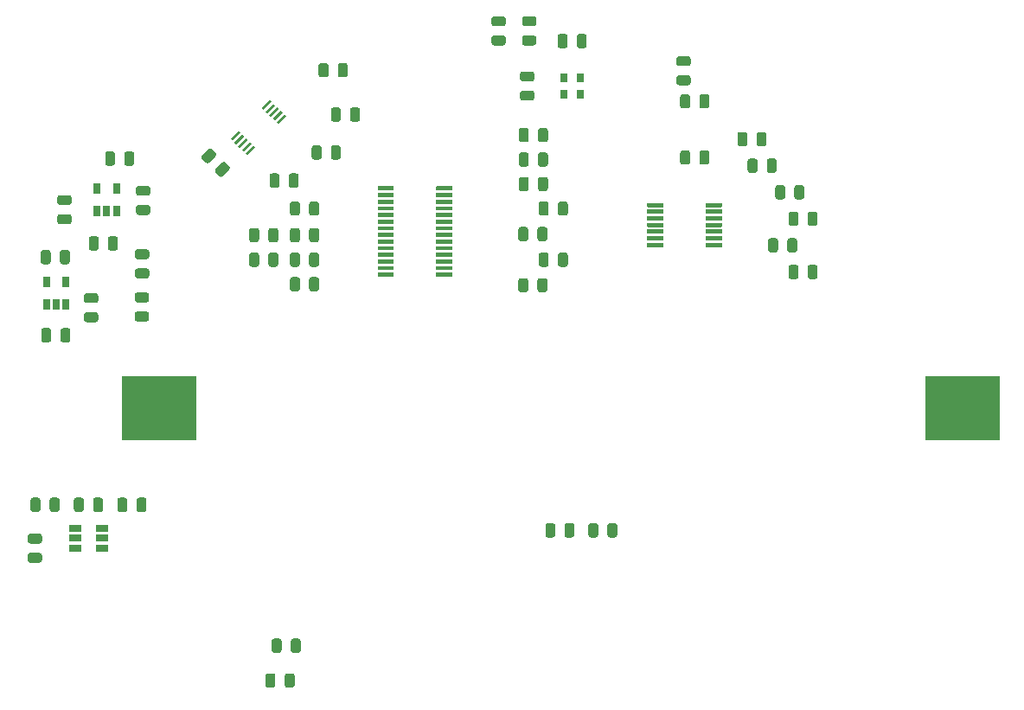
<source format=gbr>
G04 #@! TF.GenerationSoftware,KiCad,Pcbnew,(5.1.12)-1*
G04 #@! TF.CreationDate,2021-12-15T08:08:51+10:00*
G04 #@! TF.ProjectId,Weather-Station,57656174-6865-4722-9d53-746174696f6e,rev?*
G04 #@! TF.SameCoordinates,Original*
G04 #@! TF.FileFunction,Paste,Top*
G04 #@! TF.FilePolarity,Positive*
%FSLAX46Y46*%
G04 Gerber Fmt 4.6, Leading zero omitted, Abs format (unit mm)*
G04 Created by KiCad (PCBNEW (5.1.12)-1) date 2021-12-15 08:08:51*
%MOMM*%
%LPD*%
G01*
G04 APERTURE LIST*
%ADD10C,0.100000*%
%ADD11R,0.650000X1.060000*%
%ADD12R,0.650000X0.850000*%
%ADD13R,1.220000X0.650000*%
%ADD14R,7.340000X6.350000*%
G04 APERTURE END LIST*
G36*
G01*
X122685000Y-74834500D02*
X122685000Y-74465500D01*
G75*
G02*
X122705500Y-74445000I20500J0D01*
G01*
X124234500Y-74445000D01*
G75*
G02*
X124255000Y-74465500I0J-20500D01*
G01*
X124255000Y-74834500D01*
G75*
G02*
X124234500Y-74855000I-20500J0D01*
G01*
X122705500Y-74855000D01*
G75*
G02*
X122685000Y-74834500I0J20500D01*
G01*
G37*
G36*
G01*
X122685000Y-75484500D02*
X122685000Y-75115500D01*
G75*
G02*
X122705500Y-75095000I20500J0D01*
G01*
X124234500Y-75095000D01*
G75*
G02*
X124255000Y-75115500I0J-20500D01*
G01*
X124255000Y-75484500D01*
G75*
G02*
X124234500Y-75505000I-20500J0D01*
G01*
X122705500Y-75505000D01*
G75*
G02*
X122685000Y-75484500I0J20500D01*
G01*
G37*
G36*
G01*
X122685000Y-76134500D02*
X122685000Y-75765500D01*
G75*
G02*
X122705500Y-75745000I20500J0D01*
G01*
X124234500Y-75745000D01*
G75*
G02*
X124255000Y-75765500I0J-20500D01*
G01*
X124255000Y-76134500D01*
G75*
G02*
X124234500Y-76155000I-20500J0D01*
G01*
X122705500Y-76155000D01*
G75*
G02*
X122685000Y-76134500I0J20500D01*
G01*
G37*
G36*
G01*
X122685000Y-76784500D02*
X122685000Y-76415500D01*
G75*
G02*
X122705500Y-76395000I20500J0D01*
G01*
X124234500Y-76395000D01*
G75*
G02*
X124255000Y-76415500I0J-20500D01*
G01*
X124255000Y-76784500D01*
G75*
G02*
X124234500Y-76805000I-20500J0D01*
G01*
X122705500Y-76805000D01*
G75*
G02*
X122685000Y-76784500I0J20500D01*
G01*
G37*
G36*
G01*
X122685000Y-77434500D02*
X122685000Y-77065500D01*
G75*
G02*
X122705500Y-77045000I20500J0D01*
G01*
X124234500Y-77045000D01*
G75*
G02*
X124255000Y-77065500I0J-20500D01*
G01*
X124255000Y-77434500D01*
G75*
G02*
X124234500Y-77455000I-20500J0D01*
G01*
X122705500Y-77455000D01*
G75*
G02*
X122685000Y-77434500I0J20500D01*
G01*
G37*
G36*
G01*
X122685000Y-78084500D02*
X122685000Y-77715500D01*
G75*
G02*
X122705500Y-77695000I20500J0D01*
G01*
X124234500Y-77695000D01*
G75*
G02*
X124255000Y-77715500I0J-20500D01*
G01*
X124255000Y-78084500D01*
G75*
G02*
X124234500Y-78105000I-20500J0D01*
G01*
X122705500Y-78105000D01*
G75*
G02*
X122685000Y-78084500I0J20500D01*
G01*
G37*
G36*
G01*
X122685000Y-78734500D02*
X122685000Y-78365500D01*
G75*
G02*
X122705500Y-78345000I20500J0D01*
G01*
X124234500Y-78345000D01*
G75*
G02*
X124255000Y-78365500I0J-20500D01*
G01*
X124255000Y-78734500D01*
G75*
G02*
X124234500Y-78755000I-20500J0D01*
G01*
X122705500Y-78755000D01*
G75*
G02*
X122685000Y-78734500I0J20500D01*
G01*
G37*
G36*
G01*
X116945000Y-78734500D02*
X116945000Y-78365500D01*
G75*
G02*
X116965500Y-78345000I20500J0D01*
G01*
X118494500Y-78345000D01*
G75*
G02*
X118515000Y-78365500I0J-20500D01*
G01*
X118515000Y-78734500D01*
G75*
G02*
X118494500Y-78755000I-20500J0D01*
G01*
X116965500Y-78755000D01*
G75*
G02*
X116945000Y-78734500I0J20500D01*
G01*
G37*
G36*
G01*
X116945000Y-78084500D02*
X116945000Y-77715500D01*
G75*
G02*
X116965500Y-77695000I20500J0D01*
G01*
X118494500Y-77695000D01*
G75*
G02*
X118515000Y-77715500I0J-20500D01*
G01*
X118515000Y-78084500D01*
G75*
G02*
X118494500Y-78105000I-20500J0D01*
G01*
X116965500Y-78105000D01*
G75*
G02*
X116945000Y-78084500I0J20500D01*
G01*
G37*
G36*
G01*
X116945000Y-77434500D02*
X116945000Y-77065500D01*
G75*
G02*
X116965500Y-77045000I20500J0D01*
G01*
X118494500Y-77045000D01*
G75*
G02*
X118515000Y-77065500I0J-20500D01*
G01*
X118515000Y-77434500D01*
G75*
G02*
X118494500Y-77455000I-20500J0D01*
G01*
X116965500Y-77455000D01*
G75*
G02*
X116945000Y-77434500I0J20500D01*
G01*
G37*
G36*
G01*
X116945000Y-76784500D02*
X116945000Y-76415500D01*
G75*
G02*
X116965500Y-76395000I20500J0D01*
G01*
X118494500Y-76395000D01*
G75*
G02*
X118515000Y-76415500I0J-20500D01*
G01*
X118515000Y-76784500D01*
G75*
G02*
X118494500Y-76805000I-20500J0D01*
G01*
X116965500Y-76805000D01*
G75*
G02*
X116945000Y-76784500I0J20500D01*
G01*
G37*
G36*
G01*
X116945000Y-76134500D02*
X116945000Y-75765500D01*
G75*
G02*
X116965500Y-75745000I20500J0D01*
G01*
X118494500Y-75745000D01*
G75*
G02*
X118515000Y-75765500I0J-20500D01*
G01*
X118515000Y-76134500D01*
G75*
G02*
X118494500Y-76155000I-20500J0D01*
G01*
X116965500Y-76155000D01*
G75*
G02*
X116945000Y-76134500I0J20500D01*
G01*
G37*
G36*
G01*
X116945000Y-75484500D02*
X116945000Y-75115500D01*
G75*
G02*
X116965500Y-75095000I20500J0D01*
G01*
X118494500Y-75095000D01*
G75*
G02*
X118515000Y-75115500I0J-20500D01*
G01*
X118515000Y-75484500D01*
G75*
G02*
X118494500Y-75505000I-20500J0D01*
G01*
X116965500Y-75505000D01*
G75*
G02*
X116945000Y-75484500I0J20500D01*
G01*
G37*
G36*
G01*
X116945000Y-74834500D02*
X116945000Y-74465500D01*
G75*
G02*
X116965500Y-74445000I20500J0D01*
G01*
X118494500Y-74445000D01*
G75*
G02*
X118515000Y-74465500I0J-20500D01*
G01*
X118515000Y-74834500D01*
G75*
G02*
X118494500Y-74855000I-20500J0D01*
G01*
X116965500Y-74855000D01*
G75*
G02*
X116945000Y-74834500I0J20500D01*
G01*
G37*
G36*
G01*
X96285000Y-73209500D02*
X96285000Y-72840500D01*
G75*
G02*
X96305500Y-72820000I20500J0D01*
G01*
X97834500Y-72820000D01*
G75*
G02*
X97855000Y-72840500I0J-20500D01*
G01*
X97855000Y-73209500D01*
G75*
G02*
X97834500Y-73230000I-20500J0D01*
G01*
X96305500Y-73230000D01*
G75*
G02*
X96285000Y-73209500I0J20500D01*
G01*
G37*
G36*
G01*
X96285000Y-73859500D02*
X96285000Y-73490500D01*
G75*
G02*
X96305500Y-73470000I20500J0D01*
G01*
X97834500Y-73470000D01*
G75*
G02*
X97855000Y-73490500I0J-20500D01*
G01*
X97855000Y-73859500D01*
G75*
G02*
X97834500Y-73880000I-20500J0D01*
G01*
X96305500Y-73880000D01*
G75*
G02*
X96285000Y-73859500I0J20500D01*
G01*
G37*
G36*
G01*
X96285000Y-74509500D02*
X96285000Y-74140500D01*
G75*
G02*
X96305500Y-74120000I20500J0D01*
G01*
X97834500Y-74120000D01*
G75*
G02*
X97855000Y-74140500I0J-20500D01*
G01*
X97855000Y-74509500D01*
G75*
G02*
X97834500Y-74530000I-20500J0D01*
G01*
X96305500Y-74530000D01*
G75*
G02*
X96285000Y-74509500I0J20500D01*
G01*
G37*
G36*
G01*
X96285000Y-75159500D02*
X96285000Y-74790500D01*
G75*
G02*
X96305500Y-74770000I20500J0D01*
G01*
X97834500Y-74770000D01*
G75*
G02*
X97855000Y-74790500I0J-20500D01*
G01*
X97855000Y-75159500D01*
G75*
G02*
X97834500Y-75180000I-20500J0D01*
G01*
X96305500Y-75180000D01*
G75*
G02*
X96285000Y-75159500I0J20500D01*
G01*
G37*
G36*
G01*
X96285000Y-75809500D02*
X96285000Y-75440500D01*
G75*
G02*
X96305500Y-75420000I20500J0D01*
G01*
X97834500Y-75420000D01*
G75*
G02*
X97855000Y-75440500I0J-20500D01*
G01*
X97855000Y-75809500D01*
G75*
G02*
X97834500Y-75830000I-20500J0D01*
G01*
X96305500Y-75830000D01*
G75*
G02*
X96285000Y-75809500I0J20500D01*
G01*
G37*
G36*
G01*
X96285000Y-76459500D02*
X96285000Y-76090500D01*
G75*
G02*
X96305500Y-76070000I20500J0D01*
G01*
X97834500Y-76070000D01*
G75*
G02*
X97855000Y-76090500I0J-20500D01*
G01*
X97855000Y-76459500D01*
G75*
G02*
X97834500Y-76480000I-20500J0D01*
G01*
X96305500Y-76480000D01*
G75*
G02*
X96285000Y-76459500I0J20500D01*
G01*
G37*
G36*
G01*
X96285000Y-77109500D02*
X96285000Y-76740500D01*
G75*
G02*
X96305500Y-76720000I20500J0D01*
G01*
X97834500Y-76720000D01*
G75*
G02*
X97855000Y-76740500I0J-20500D01*
G01*
X97855000Y-77109500D01*
G75*
G02*
X97834500Y-77130000I-20500J0D01*
G01*
X96305500Y-77130000D01*
G75*
G02*
X96285000Y-77109500I0J20500D01*
G01*
G37*
G36*
G01*
X96285000Y-77759500D02*
X96285000Y-77390500D01*
G75*
G02*
X96305500Y-77370000I20500J0D01*
G01*
X97834500Y-77370000D01*
G75*
G02*
X97855000Y-77390500I0J-20500D01*
G01*
X97855000Y-77759500D01*
G75*
G02*
X97834500Y-77780000I-20500J0D01*
G01*
X96305500Y-77780000D01*
G75*
G02*
X96285000Y-77759500I0J20500D01*
G01*
G37*
G36*
G01*
X96285000Y-78409500D02*
X96285000Y-78040500D01*
G75*
G02*
X96305500Y-78020000I20500J0D01*
G01*
X97834500Y-78020000D01*
G75*
G02*
X97855000Y-78040500I0J-20500D01*
G01*
X97855000Y-78409500D01*
G75*
G02*
X97834500Y-78430000I-20500J0D01*
G01*
X96305500Y-78430000D01*
G75*
G02*
X96285000Y-78409500I0J20500D01*
G01*
G37*
G36*
G01*
X96285000Y-79059500D02*
X96285000Y-78690500D01*
G75*
G02*
X96305500Y-78670000I20500J0D01*
G01*
X97834500Y-78670000D01*
G75*
G02*
X97855000Y-78690500I0J-20500D01*
G01*
X97855000Y-79059500D01*
G75*
G02*
X97834500Y-79080000I-20500J0D01*
G01*
X96305500Y-79080000D01*
G75*
G02*
X96285000Y-79059500I0J20500D01*
G01*
G37*
G36*
G01*
X96285000Y-79709500D02*
X96285000Y-79340500D01*
G75*
G02*
X96305500Y-79320000I20500J0D01*
G01*
X97834500Y-79320000D01*
G75*
G02*
X97855000Y-79340500I0J-20500D01*
G01*
X97855000Y-79709500D01*
G75*
G02*
X97834500Y-79730000I-20500J0D01*
G01*
X96305500Y-79730000D01*
G75*
G02*
X96285000Y-79709500I0J20500D01*
G01*
G37*
G36*
G01*
X96285000Y-80359500D02*
X96285000Y-79990500D01*
G75*
G02*
X96305500Y-79970000I20500J0D01*
G01*
X97834500Y-79970000D01*
G75*
G02*
X97855000Y-79990500I0J-20500D01*
G01*
X97855000Y-80359500D01*
G75*
G02*
X97834500Y-80380000I-20500J0D01*
G01*
X96305500Y-80380000D01*
G75*
G02*
X96285000Y-80359500I0J20500D01*
G01*
G37*
G36*
G01*
X96285000Y-81009500D02*
X96285000Y-80640500D01*
G75*
G02*
X96305500Y-80620000I20500J0D01*
G01*
X97834500Y-80620000D01*
G75*
G02*
X97855000Y-80640500I0J-20500D01*
G01*
X97855000Y-81009500D01*
G75*
G02*
X97834500Y-81030000I-20500J0D01*
G01*
X96305500Y-81030000D01*
G75*
G02*
X96285000Y-81009500I0J20500D01*
G01*
G37*
G36*
G01*
X96285000Y-81659500D02*
X96285000Y-81290500D01*
G75*
G02*
X96305500Y-81270000I20500J0D01*
G01*
X97834500Y-81270000D01*
G75*
G02*
X97855000Y-81290500I0J-20500D01*
G01*
X97855000Y-81659500D01*
G75*
G02*
X97834500Y-81680000I-20500J0D01*
G01*
X96305500Y-81680000D01*
G75*
G02*
X96285000Y-81659500I0J20500D01*
G01*
G37*
G36*
G01*
X90545000Y-81659500D02*
X90545000Y-81290500D01*
G75*
G02*
X90565500Y-81270000I20500J0D01*
G01*
X92094500Y-81270000D01*
G75*
G02*
X92115000Y-81290500I0J-20500D01*
G01*
X92115000Y-81659500D01*
G75*
G02*
X92094500Y-81680000I-20500J0D01*
G01*
X90565500Y-81680000D01*
G75*
G02*
X90545000Y-81659500I0J20500D01*
G01*
G37*
G36*
G01*
X90545000Y-81009500D02*
X90545000Y-80640500D01*
G75*
G02*
X90565500Y-80620000I20500J0D01*
G01*
X92094500Y-80620000D01*
G75*
G02*
X92115000Y-80640500I0J-20500D01*
G01*
X92115000Y-81009500D01*
G75*
G02*
X92094500Y-81030000I-20500J0D01*
G01*
X90565500Y-81030000D01*
G75*
G02*
X90545000Y-81009500I0J20500D01*
G01*
G37*
G36*
G01*
X90545000Y-80359500D02*
X90545000Y-79990500D01*
G75*
G02*
X90565500Y-79970000I20500J0D01*
G01*
X92094500Y-79970000D01*
G75*
G02*
X92115000Y-79990500I0J-20500D01*
G01*
X92115000Y-80359500D01*
G75*
G02*
X92094500Y-80380000I-20500J0D01*
G01*
X90565500Y-80380000D01*
G75*
G02*
X90545000Y-80359500I0J20500D01*
G01*
G37*
G36*
G01*
X90545000Y-79709500D02*
X90545000Y-79340500D01*
G75*
G02*
X90565500Y-79320000I20500J0D01*
G01*
X92094500Y-79320000D01*
G75*
G02*
X92115000Y-79340500I0J-20500D01*
G01*
X92115000Y-79709500D01*
G75*
G02*
X92094500Y-79730000I-20500J0D01*
G01*
X90565500Y-79730000D01*
G75*
G02*
X90545000Y-79709500I0J20500D01*
G01*
G37*
G36*
G01*
X90545000Y-79059500D02*
X90545000Y-78690500D01*
G75*
G02*
X90565500Y-78670000I20500J0D01*
G01*
X92094500Y-78670000D01*
G75*
G02*
X92115000Y-78690500I0J-20500D01*
G01*
X92115000Y-79059500D01*
G75*
G02*
X92094500Y-79080000I-20500J0D01*
G01*
X90565500Y-79080000D01*
G75*
G02*
X90545000Y-79059500I0J20500D01*
G01*
G37*
G36*
G01*
X90545000Y-78409500D02*
X90545000Y-78040500D01*
G75*
G02*
X90565500Y-78020000I20500J0D01*
G01*
X92094500Y-78020000D01*
G75*
G02*
X92115000Y-78040500I0J-20500D01*
G01*
X92115000Y-78409500D01*
G75*
G02*
X92094500Y-78430000I-20500J0D01*
G01*
X90565500Y-78430000D01*
G75*
G02*
X90545000Y-78409500I0J20500D01*
G01*
G37*
G36*
G01*
X90545000Y-77759500D02*
X90545000Y-77390500D01*
G75*
G02*
X90565500Y-77370000I20500J0D01*
G01*
X92094500Y-77370000D01*
G75*
G02*
X92115000Y-77390500I0J-20500D01*
G01*
X92115000Y-77759500D01*
G75*
G02*
X92094500Y-77780000I-20500J0D01*
G01*
X90565500Y-77780000D01*
G75*
G02*
X90545000Y-77759500I0J20500D01*
G01*
G37*
G36*
G01*
X90545000Y-77109500D02*
X90545000Y-76740500D01*
G75*
G02*
X90565500Y-76720000I20500J0D01*
G01*
X92094500Y-76720000D01*
G75*
G02*
X92115000Y-76740500I0J-20500D01*
G01*
X92115000Y-77109500D01*
G75*
G02*
X92094500Y-77130000I-20500J0D01*
G01*
X90565500Y-77130000D01*
G75*
G02*
X90545000Y-77109500I0J20500D01*
G01*
G37*
G36*
G01*
X90545000Y-76459500D02*
X90545000Y-76090500D01*
G75*
G02*
X90565500Y-76070000I20500J0D01*
G01*
X92094500Y-76070000D01*
G75*
G02*
X92115000Y-76090500I0J-20500D01*
G01*
X92115000Y-76459500D01*
G75*
G02*
X92094500Y-76480000I-20500J0D01*
G01*
X90565500Y-76480000D01*
G75*
G02*
X90545000Y-76459500I0J20500D01*
G01*
G37*
G36*
G01*
X90545000Y-75809500D02*
X90545000Y-75440500D01*
G75*
G02*
X90565500Y-75420000I20500J0D01*
G01*
X92094500Y-75420000D01*
G75*
G02*
X92115000Y-75440500I0J-20500D01*
G01*
X92115000Y-75809500D01*
G75*
G02*
X92094500Y-75830000I-20500J0D01*
G01*
X90565500Y-75830000D01*
G75*
G02*
X90545000Y-75809500I0J20500D01*
G01*
G37*
G36*
G01*
X90545000Y-75159500D02*
X90545000Y-74790500D01*
G75*
G02*
X90565500Y-74770000I20500J0D01*
G01*
X92094500Y-74770000D01*
G75*
G02*
X92115000Y-74790500I0J-20500D01*
G01*
X92115000Y-75159500D01*
G75*
G02*
X92094500Y-75180000I-20500J0D01*
G01*
X90565500Y-75180000D01*
G75*
G02*
X90545000Y-75159500I0J20500D01*
G01*
G37*
G36*
G01*
X90545000Y-74509500D02*
X90545000Y-74140500D01*
G75*
G02*
X90565500Y-74120000I20500J0D01*
G01*
X92094500Y-74120000D01*
G75*
G02*
X92115000Y-74140500I0J-20500D01*
G01*
X92115000Y-74509500D01*
G75*
G02*
X92094500Y-74530000I-20500J0D01*
G01*
X90565500Y-74530000D01*
G75*
G02*
X90545000Y-74509500I0J20500D01*
G01*
G37*
G36*
G01*
X90545000Y-73859500D02*
X90545000Y-73490500D01*
G75*
G02*
X90565500Y-73470000I20500J0D01*
G01*
X92094500Y-73470000D01*
G75*
G02*
X92115000Y-73490500I0J-20500D01*
G01*
X92115000Y-73859500D01*
G75*
G02*
X92094500Y-73880000I-20500J0D01*
G01*
X90565500Y-73880000D01*
G75*
G02*
X90545000Y-73859500I0J20500D01*
G01*
G37*
G36*
G01*
X90545000Y-73209500D02*
X90545000Y-72840500D01*
G75*
G02*
X90565500Y-72820000I20500J0D01*
G01*
X92094500Y-72820000D01*
G75*
G02*
X92115000Y-72840500I0J-20500D01*
G01*
X92115000Y-73209500D01*
G75*
G02*
X92094500Y-73230000I-20500J0D01*
G01*
X90565500Y-73230000D01*
G75*
G02*
X90545000Y-73209500I0J20500D01*
G01*
G37*
G36*
G01*
X102856250Y-57150000D02*
X101943750Y-57150000D01*
G75*
G02*
X101700000Y-56906250I0J243750D01*
G01*
X101700000Y-56418750D01*
G75*
G02*
X101943750Y-56175000I243750J0D01*
G01*
X102856250Y-56175000D01*
G75*
G02*
X103100000Y-56418750I0J-243750D01*
G01*
X103100000Y-56906250D01*
G75*
G02*
X102856250Y-57150000I-243750J0D01*
G01*
G37*
G36*
G01*
X102856250Y-59025000D02*
X101943750Y-59025000D01*
G75*
G02*
X101700000Y-58781250I0J243750D01*
G01*
X101700000Y-58293750D01*
G75*
G02*
X101943750Y-58050000I243750J0D01*
G01*
X102856250Y-58050000D01*
G75*
G02*
X103100000Y-58293750I0J-243750D01*
G01*
X103100000Y-58781250D01*
G75*
G02*
X102856250Y-59025000I-243750J0D01*
G01*
G37*
G36*
G01*
X105856250Y-57150000D02*
X104943750Y-57150000D01*
G75*
G02*
X104700000Y-56906250I0J243750D01*
G01*
X104700000Y-56418750D01*
G75*
G02*
X104943750Y-56175000I243750J0D01*
G01*
X105856250Y-56175000D01*
G75*
G02*
X106100000Y-56418750I0J-243750D01*
G01*
X106100000Y-56906250D01*
G75*
G02*
X105856250Y-57150000I-243750J0D01*
G01*
G37*
G36*
G01*
X105856250Y-59025000D02*
X104943750Y-59025000D01*
G75*
G02*
X104700000Y-58781250I0J243750D01*
G01*
X104700000Y-58293750D01*
G75*
G02*
X104943750Y-58050000I243750J0D01*
G01*
X105856250Y-58050000D01*
G75*
G02*
X106100000Y-58293750I0J-243750D01*
G01*
X106100000Y-58781250D01*
G75*
G02*
X105856250Y-59025000I-243750J0D01*
G01*
G37*
D10*
G36*
X78387347Y-68800089D02*
G01*
X78564124Y-68976866D01*
X77786307Y-69754683D01*
X77609530Y-69577906D01*
X78387347Y-68800089D01*
G37*
G36*
X78033794Y-68446536D02*
G01*
X78210571Y-68623313D01*
X77432754Y-69401130D01*
X77255977Y-69224353D01*
X78033794Y-68446536D01*
G37*
G36*
X77680240Y-68092983D02*
G01*
X77857017Y-68269760D01*
X77079200Y-69047577D01*
X76902423Y-68870800D01*
X77680240Y-68092983D01*
G37*
G36*
X77326687Y-67739429D02*
G01*
X77503464Y-67916206D01*
X76725647Y-68694023D01*
X76548870Y-68517246D01*
X77326687Y-67739429D01*
G37*
G36*
X76973134Y-67385876D02*
G01*
X77149911Y-67562653D01*
X76372094Y-68340470D01*
X76195317Y-68163693D01*
X76973134Y-67385876D01*
G37*
G36*
X80013693Y-64345317D02*
G01*
X80190470Y-64522094D01*
X79412653Y-65299911D01*
X79235876Y-65123134D01*
X80013693Y-64345317D01*
G37*
G36*
X80367246Y-64698870D02*
G01*
X80544023Y-64875647D01*
X79766206Y-65653464D01*
X79589429Y-65476687D01*
X80367246Y-64698870D01*
G37*
G36*
X80720800Y-65052423D02*
G01*
X80897577Y-65229200D01*
X80119760Y-66007017D01*
X79942983Y-65830240D01*
X80720800Y-65052423D01*
G37*
G36*
X81074353Y-65405977D02*
G01*
X81251130Y-65582754D01*
X80473313Y-66360571D01*
X80296536Y-66183794D01*
X81074353Y-65405977D01*
G37*
G36*
X81427906Y-65759530D02*
G01*
X81604683Y-65936307D01*
X80826866Y-66714124D01*
X80650089Y-66537347D01*
X81427906Y-65759530D01*
G37*
D11*
X63075000Y-73075000D03*
X64975000Y-73075000D03*
X64975000Y-75275000D03*
X64025000Y-75275000D03*
X63075000Y-75275000D03*
D12*
X108775000Y-62225000D03*
X110425000Y-62225000D03*
X110425000Y-63775000D03*
X108775000Y-63775000D03*
D11*
X58150000Y-82175000D03*
X60050000Y-82175000D03*
X60050000Y-84375000D03*
X59100000Y-84375000D03*
X58150000Y-84375000D03*
G36*
G01*
X85750000Y-60993750D02*
X85750000Y-61906250D01*
G75*
G02*
X85506250Y-62150000I-243750J0D01*
G01*
X85018750Y-62150000D01*
G75*
G02*
X84775000Y-61906250I0J243750D01*
G01*
X84775000Y-60993750D01*
G75*
G02*
X85018750Y-60750000I243750J0D01*
G01*
X85506250Y-60750000D01*
G75*
G02*
X85750000Y-60993750I0J-243750D01*
G01*
G37*
G36*
G01*
X87625000Y-60993750D02*
X87625000Y-61906250D01*
G75*
G02*
X87381250Y-62150000I-243750J0D01*
G01*
X86893750Y-62150000D01*
G75*
G02*
X86650000Y-61906250I0J243750D01*
G01*
X86650000Y-60993750D01*
G75*
G02*
X86893750Y-60750000I243750J0D01*
G01*
X87381250Y-60750000D01*
G75*
G02*
X87625000Y-60993750I0J-243750D01*
G01*
G37*
G36*
G01*
X82050000Y-118256250D02*
X82050000Y-117343750D01*
G75*
G02*
X82293750Y-117100000I243750J0D01*
G01*
X82781250Y-117100000D01*
G75*
G02*
X83025000Y-117343750I0J-243750D01*
G01*
X83025000Y-118256250D01*
G75*
G02*
X82781250Y-118500000I-243750J0D01*
G01*
X82293750Y-118500000D01*
G75*
G02*
X82050000Y-118256250I0J243750D01*
G01*
G37*
G36*
G01*
X80175000Y-118256250D02*
X80175000Y-117343750D01*
G75*
G02*
X80418750Y-117100000I243750J0D01*
G01*
X80906250Y-117100000D01*
G75*
G02*
X81150000Y-117343750I0J-243750D01*
G01*
X81150000Y-118256250D01*
G75*
G02*
X80906250Y-118500000I-243750J0D01*
G01*
X80418750Y-118500000D01*
G75*
G02*
X80175000Y-118256250I0J243750D01*
G01*
G37*
G36*
G01*
X81450000Y-121656250D02*
X81450000Y-120743750D01*
G75*
G02*
X81693750Y-120500000I243750J0D01*
G01*
X82181250Y-120500000D01*
G75*
G02*
X82425000Y-120743750I0J-243750D01*
G01*
X82425000Y-121656250D01*
G75*
G02*
X82181250Y-121900000I-243750J0D01*
G01*
X81693750Y-121900000D01*
G75*
G02*
X81450000Y-121656250I0J243750D01*
G01*
G37*
G36*
G01*
X79575000Y-121656250D02*
X79575000Y-120743750D01*
G75*
G02*
X79818750Y-120500000I243750J0D01*
G01*
X80306250Y-120500000D01*
G75*
G02*
X80550000Y-120743750I0J-243750D01*
G01*
X80550000Y-121656250D01*
G75*
G02*
X80306250Y-121900000I-243750J0D01*
G01*
X79818750Y-121900000D01*
G75*
G02*
X79575000Y-121656250I0J243750D01*
G01*
G37*
G36*
G01*
X113050000Y-106956250D02*
X113050000Y-106043750D01*
G75*
G02*
X113293750Y-105800000I243750J0D01*
G01*
X113781250Y-105800000D01*
G75*
G02*
X114025000Y-106043750I0J-243750D01*
G01*
X114025000Y-106956250D01*
G75*
G02*
X113781250Y-107200000I-243750J0D01*
G01*
X113293750Y-107200000D01*
G75*
G02*
X113050000Y-106956250I0J243750D01*
G01*
G37*
G36*
G01*
X111175000Y-106956250D02*
X111175000Y-106043750D01*
G75*
G02*
X111418750Y-105800000I243750J0D01*
G01*
X111906250Y-105800000D01*
G75*
G02*
X112150000Y-106043750I0J-243750D01*
G01*
X112150000Y-106956250D01*
G75*
G02*
X111906250Y-107200000I-243750J0D01*
G01*
X111418750Y-107200000D01*
G75*
G02*
X111175000Y-106956250I0J243750D01*
G01*
G37*
G36*
G01*
X107950000Y-106043750D02*
X107950000Y-106956250D01*
G75*
G02*
X107706250Y-107200000I-243750J0D01*
G01*
X107218750Y-107200000D01*
G75*
G02*
X106975000Y-106956250I0J243750D01*
G01*
X106975000Y-106043750D01*
G75*
G02*
X107218750Y-105800000I243750J0D01*
G01*
X107706250Y-105800000D01*
G75*
G02*
X107950000Y-106043750I0J-243750D01*
G01*
G37*
G36*
G01*
X109825000Y-106043750D02*
X109825000Y-106956250D01*
G75*
G02*
X109581250Y-107200000I-243750J0D01*
G01*
X109093750Y-107200000D01*
G75*
G02*
X108850000Y-106956250I0J243750D01*
G01*
X108850000Y-106043750D01*
G75*
G02*
X109093750Y-105800000I243750J0D01*
G01*
X109581250Y-105800000D01*
G75*
G02*
X109825000Y-106043750I0J-243750D01*
G01*
G37*
G36*
G01*
X129750000Y-78143750D02*
X129750000Y-79056250D01*
G75*
G02*
X129506250Y-79300000I-243750J0D01*
G01*
X129018750Y-79300000D01*
G75*
G02*
X128775000Y-79056250I0J243750D01*
G01*
X128775000Y-78143750D01*
G75*
G02*
X129018750Y-77900000I243750J0D01*
G01*
X129506250Y-77900000D01*
G75*
G02*
X129750000Y-78143750I0J-243750D01*
G01*
G37*
G36*
G01*
X131625000Y-78143750D02*
X131625000Y-79056250D01*
G75*
G02*
X131381250Y-79300000I-243750J0D01*
G01*
X130893750Y-79300000D01*
G75*
G02*
X130650000Y-79056250I0J243750D01*
G01*
X130650000Y-78143750D01*
G75*
G02*
X130893750Y-77900000I243750J0D01*
G01*
X131381250Y-77900000D01*
G75*
G02*
X131625000Y-78143750I0J-243750D01*
G01*
G37*
G36*
G01*
X131750000Y-80743750D02*
X131750000Y-81656250D01*
G75*
G02*
X131506250Y-81900000I-243750J0D01*
G01*
X131018750Y-81900000D01*
G75*
G02*
X130775000Y-81656250I0J243750D01*
G01*
X130775000Y-80743750D01*
G75*
G02*
X131018750Y-80500000I243750J0D01*
G01*
X131506250Y-80500000D01*
G75*
G02*
X131750000Y-80743750I0J-243750D01*
G01*
G37*
G36*
G01*
X133625000Y-80743750D02*
X133625000Y-81656250D01*
G75*
G02*
X133381250Y-81900000I-243750J0D01*
G01*
X132893750Y-81900000D01*
G75*
G02*
X132650000Y-81656250I0J243750D01*
G01*
X132650000Y-80743750D01*
G75*
G02*
X132893750Y-80500000I243750J0D01*
G01*
X133381250Y-80500000D01*
G75*
G02*
X133625000Y-80743750I0J-243750D01*
G01*
G37*
G36*
G01*
X131350000Y-73856250D02*
X131350000Y-72943750D01*
G75*
G02*
X131593750Y-72700000I243750J0D01*
G01*
X132081250Y-72700000D01*
G75*
G02*
X132325000Y-72943750I0J-243750D01*
G01*
X132325000Y-73856250D01*
G75*
G02*
X132081250Y-74100000I-243750J0D01*
G01*
X131593750Y-74100000D01*
G75*
G02*
X131350000Y-73856250I0J243750D01*
G01*
G37*
G36*
G01*
X129475000Y-73856250D02*
X129475000Y-72943750D01*
G75*
G02*
X129718750Y-72700000I243750J0D01*
G01*
X130206250Y-72700000D01*
G75*
G02*
X130450000Y-72943750I0J-243750D01*
G01*
X130450000Y-73856250D01*
G75*
G02*
X130206250Y-74100000I-243750J0D01*
G01*
X129718750Y-74100000D01*
G75*
G02*
X129475000Y-73856250I0J243750D01*
G01*
G37*
G36*
G01*
X128650000Y-71256250D02*
X128650000Y-70343750D01*
G75*
G02*
X128893750Y-70100000I243750J0D01*
G01*
X129381250Y-70100000D01*
G75*
G02*
X129625000Y-70343750I0J-243750D01*
G01*
X129625000Y-71256250D01*
G75*
G02*
X129381250Y-71500000I-243750J0D01*
G01*
X128893750Y-71500000D01*
G75*
G02*
X128650000Y-71256250I0J243750D01*
G01*
G37*
G36*
G01*
X126775000Y-71256250D02*
X126775000Y-70343750D01*
G75*
G02*
X127018750Y-70100000I243750J0D01*
G01*
X127506250Y-70100000D01*
G75*
G02*
X127750000Y-70343750I0J-243750D01*
G01*
X127750000Y-71256250D01*
G75*
G02*
X127506250Y-71500000I-243750J0D01*
G01*
X127018750Y-71500000D01*
G75*
G02*
X126775000Y-71256250I0J243750D01*
G01*
G37*
G36*
G01*
X132650000Y-76456250D02*
X132650000Y-75543750D01*
G75*
G02*
X132893750Y-75300000I243750J0D01*
G01*
X133381250Y-75300000D01*
G75*
G02*
X133625000Y-75543750I0J-243750D01*
G01*
X133625000Y-76456250D01*
G75*
G02*
X133381250Y-76700000I-243750J0D01*
G01*
X132893750Y-76700000D01*
G75*
G02*
X132650000Y-76456250I0J243750D01*
G01*
G37*
G36*
G01*
X130775000Y-76456250D02*
X130775000Y-75543750D01*
G75*
G02*
X131018750Y-75300000I243750J0D01*
G01*
X131506250Y-75300000D01*
G75*
G02*
X131750000Y-75543750I0J-243750D01*
G01*
X131750000Y-76456250D01*
G75*
G02*
X131506250Y-76700000I-243750J0D01*
G01*
X131018750Y-76700000D01*
G75*
G02*
X130775000Y-76456250I0J243750D01*
G01*
G37*
G36*
G01*
X67956250Y-79950000D02*
X67043750Y-79950000D01*
G75*
G02*
X66800000Y-79706250I0J243750D01*
G01*
X66800000Y-79218750D01*
G75*
G02*
X67043750Y-78975000I243750J0D01*
G01*
X67956250Y-78975000D01*
G75*
G02*
X68200000Y-79218750I0J-243750D01*
G01*
X68200000Y-79706250D01*
G75*
G02*
X67956250Y-79950000I-243750J0D01*
G01*
G37*
G36*
G01*
X67956250Y-81825000D02*
X67043750Y-81825000D01*
G75*
G02*
X66800000Y-81581250I0J243750D01*
G01*
X66800000Y-81093750D01*
G75*
G02*
X67043750Y-80850000I243750J0D01*
G01*
X67956250Y-80850000D01*
G75*
G02*
X68200000Y-81093750I0J-243750D01*
G01*
X68200000Y-81581250D01*
G75*
G02*
X67956250Y-81825000I-243750J0D01*
G01*
G37*
G36*
G01*
X67931250Y-84175000D02*
X67018750Y-84175000D01*
G75*
G02*
X66775000Y-83931250I0J243750D01*
G01*
X66775000Y-83443750D01*
G75*
G02*
X67018750Y-83200000I243750J0D01*
G01*
X67931250Y-83200000D01*
G75*
G02*
X68175000Y-83443750I0J-243750D01*
G01*
X68175000Y-83931250D01*
G75*
G02*
X67931250Y-84175000I-243750J0D01*
G01*
G37*
G36*
G01*
X67931250Y-86050000D02*
X67018750Y-86050000D01*
G75*
G02*
X66775000Y-85806250I0J243750D01*
G01*
X66775000Y-85318750D01*
G75*
G02*
X67018750Y-85075000I243750J0D01*
G01*
X67931250Y-85075000D01*
G75*
G02*
X68175000Y-85318750I0J-243750D01*
G01*
X68175000Y-85806250D01*
G75*
G02*
X67931250Y-86050000I-243750J0D01*
G01*
G37*
G36*
G01*
X104743750Y-63450000D02*
X105656250Y-63450000D01*
G75*
G02*
X105900000Y-63693750I0J-243750D01*
G01*
X105900000Y-64181250D01*
G75*
G02*
X105656250Y-64425000I-243750J0D01*
G01*
X104743750Y-64425000D01*
G75*
G02*
X104500000Y-64181250I0J243750D01*
G01*
X104500000Y-63693750D01*
G75*
G02*
X104743750Y-63450000I243750J0D01*
G01*
G37*
G36*
G01*
X104743750Y-61575000D02*
X105656250Y-61575000D01*
G75*
G02*
X105900000Y-61818750I0J-243750D01*
G01*
X105900000Y-62306250D01*
G75*
G02*
X105656250Y-62550000I-243750J0D01*
G01*
X104743750Y-62550000D01*
G75*
G02*
X104500000Y-62306250I0J243750D01*
G01*
X104500000Y-61818750D01*
G75*
G02*
X104743750Y-61575000I243750J0D01*
G01*
G37*
G36*
G01*
X82950000Y-81943750D02*
X82950000Y-82856250D01*
G75*
G02*
X82706250Y-83100000I-243750J0D01*
G01*
X82218750Y-83100000D01*
G75*
G02*
X81975000Y-82856250I0J243750D01*
G01*
X81975000Y-81943750D01*
G75*
G02*
X82218750Y-81700000I243750J0D01*
G01*
X82706250Y-81700000D01*
G75*
G02*
X82950000Y-81943750I0J-243750D01*
G01*
G37*
G36*
G01*
X84825000Y-81943750D02*
X84825000Y-82856250D01*
G75*
G02*
X84581250Y-83100000I-243750J0D01*
G01*
X84093750Y-83100000D01*
G75*
G02*
X83850000Y-82856250I0J243750D01*
G01*
X83850000Y-81943750D01*
G75*
G02*
X84093750Y-81700000I243750J0D01*
G01*
X84581250Y-81700000D01*
G75*
G02*
X84825000Y-81943750I0J-243750D01*
G01*
G37*
G36*
G01*
X56543750Y-108700000D02*
X57456250Y-108700000D01*
G75*
G02*
X57700000Y-108943750I0J-243750D01*
G01*
X57700000Y-109431250D01*
G75*
G02*
X57456250Y-109675000I-243750J0D01*
G01*
X56543750Y-109675000D01*
G75*
G02*
X56300000Y-109431250I0J243750D01*
G01*
X56300000Y-108943750D01*
G75*
G02*
X56543750Y-108700000I243750J0D01*
G01*
G37*
G36*
G01*
X56543750Y-106825000D02*
X57456250Y-106825000D01*
G75*
G02*
X57700000Y-107068750I0J-243750D01*
G01*
X57700000Y-107556250D01*
G75*
G02*
X57456250Y-107800000I-243750J0D01*
G01*
X56543750Y-107800000D01*
G75*
G02*
X56300000Y-107556250I0J243750D01*
G01*
X56300000Y-107068750D01*
G75*
G02*
X56543750Y-106825000I243750J0D01*
G01*
G37*
G36*
G01*
X107300000Y-74543750D02*
X107300000Y-75456250D01*
G75*
G02*
X107056250Y-75700000I-243750J0D01*
G01*
X106568750Y-75700000D01*
G75*
G02*
X106325000Y-75456250I0J243750D01*
G01*
X106325000Y-74543750D01*
G75*
G02*
X106568750Y-74300000I243750J0D01*
G01*
X107056250Y-74300000D01*
G75*
G02*
X107300000Y-74543750I0J-243750D01*
G01*
G37*
G36*
G01*
X109175000Y-74543750D02*
X109175000Y-75456250D01*
G75*
G02*
X108931250Y-75700000I-243750J0D01*
G01*
X108443750Y-75700000D01*
G75*
G02*
X108200000Y-75456250I0J243750D01*
G01*
X108200000Y-74543750D01*
G75*
G02*
X108443750Y-74300000I243750J0D01*
G01*
X108931250Y-74300000D01*
G75*
G02*
X109175000Y-74543750I0J-243750D01*
G01*
G37*
G36*
G01*
X87850000Y-66256250D02*
X87850000Y-65343750D01*
G75*
G02*
X88093750Y-65100000I243750J0D01*
G01*
X88581250Y-65100000D01*
G75*
G02*
X88825000Y-65343750I0J-243750D01*
G01*
X88825000Y-66256250D01*
G75*
G02*
X88581250Y-66500000I-243750J0D01*
G01*
X88093750Y-66500000D01*
G75*
G02*
X87850000Y-66256250I0J243750D01*
G01*
G37*
G36*
G01*
X85975000Y-66256250D02*
X85975000Y-65343750D01*
G75*
G02*
X86218750Y-65100000I243750J0D01*
G01*
X86706250Y-65100000D01*
G75*
G02*
X86950000Y-65343750I0J-243750D01*
G01*
X86950000Y-66256250D01*
G75*
G02*
X86706250Y-66500000I-243750J0D01*
G01*
X86218750Y-66500000D01*
G75*
G02*
X85975000Y-66256250I0J243750D01*
G01*
G37*
G36*
G01*
X85975000Y-69956250D02*
X85975000Y-69043750D01*
G75*
G02*
X86218750Y-68800000I243750J0D01*
G01*
X86706250Y-68800000D01*
G75*
G02*
X86950000Y-69043750I0J-243750D01*
G01*
X86950000Y-69956250D01*
G75*
G02*
X86706250Y-70200000I-243750J0D01*
G01*
X86218750Y-70200000D01*
G75*
G02*
X85975000Y-69956250I0J243750D01*
G01*
G37*
G36*
G01*
X84100000Y-69956250D02*
X84100000Y-69043750D01*
G75*
G02*
X84343750Y-68800000I243750J0D01*
G01*
X84831250Y-68800000D01*
G75*
G02*
X85075000Y-69043750I0J-243750D01*
G01*
X85075000Y-69956250D01*
G75*
G02*
X84831250Y-70200000I-243750J0D01*
G01*
X84343750Y-70200000D01*
G75*
G02*
X84100000Y-69956250I0J243750D01*
G01*
G37*
G36*
G01*
X82950000Y-79543750D02*
X82950000Y-80456250D01*
G75*
G02*
X82706250Y-80700000I-243750J0D01*
G01*
X82218750Y-80700000D01*
G75*
G02*
X81975000Y-80456250I0J243750D01*
G01*
X81975000Y-79543750D01*
G75*
G02*
X82218750Y-79300000I243750J0D01*
G01*
X82706250Y-79300000D01*
G75*
G02*
X82950000Y-79543750I0J-243750D01*
G01*
G37*
G36*
G01*
X84825000Y-79543750D02*
X84825000Y-80456250D01*
G75*
G02*
X84581250Y-80700000I-243750J0D01*
G01*
X84093750Y-80700000D01*
G75*
G02*
X83850000Y-80456250I0J243750D01*
G01*
X83850000Y-79543750D01*
G75*
G02*
X84093750Y-79300000I243750J0D01*
G01*
X84581250Y-79300000D01*
G75*
G02*
X84825000Y-79543750I0J-243750D01*
G01*
G37*
G36*
G01*
X78950000Y-77143750D02*
X78950000Y-78056250D01*
G75*
G02*
X78706250Y-78300000I-243750J0D01*
G01*
X78218750Y-78300000D01*
G75*
G02*
X77975000Y-78056250I0J243750D01*
G01*
X77975000Y-77143750D01*
G75*
G02*
X78218750Y-76900000I243750J0D01*
G01*
X78706250Y-76900000D01*
G75*
G02*
X78950000Y-77143750I0J-243750D01*
G01*
G37*
G36*
G01*
X80825000Y-77143750D02*
X80825000Y-78056250D01*
G75*
G02*
X80581250Y-78300000I-243750J0D01*
G01*
X80093750Y-78300000D01*
G75*
G02*
X79850000Y-78056250I0J243750D01*
G01*
X79850000Y-77143750D01*
G75*
G02*
X80093750Y-76900000I243750J0D01*
G01*
X80581250Y-76900000D01*
G75*
G02*
X80825000Y-77143750I0J-243750D01*
G01*
G37*
G36*
G01*
X106200000Y-77956250D02*
X106200000Y-77043750D01*
G75*
G02*
X106443750Y-76800000I243750J0D01*
G01*
X106931250Y-76800000D01*
G75*
G02*
X107175000Y-77043750I0J-243750D01*
G01*
X107175000Y-77956250D01*
G75*
G02*
X106931250Y-78200000I-243750J0D01*
G01*
X106443750Y-78200000D01*
G75*
G02*
X106200000Y-77956250I0J243750D01*
G01*
G37*
G36*
G01*
X104325000Y-77956250D02*
X104325000Y-77043750D01*
G75*
G02*
X104568750Y-76800000I243750J0D01*
G01*
X105056250Y-76800000D01*
G75*
G02*
X105300000Y-77043750I0J-243750D01*
G01*
X105300000Y-77956250D01*
G75*
G02*
X105056250Y-78200000I-243750J0D01*
G01*
X104568750Y-78200000D01*
G75*
G02*
X104325000Y-77956250I0J243750D01*
G01*
G37*
G36*
G01*
X59450000Y-80206250D02*
X59450000Y-79293750D01*
G75*
G02*
X59693750Y-79050000I243750J0D01*
G01*
X60181250Y-79050000D01*
G75*
G02*
X60425000Y-79293750I0J-243750D01*
G01*
X60425000Y-80206250D01*
G75*
G02*
X60181250Y-80450000I-243750J0D01*
G01*
X59693750Y-80450000D01*
G75*
G02*
X59450000Y-80206250I0J243750D01*
G01*
G37*
G36*
G01*
X57575000Y-80206250D02*
X57575000Y-79293750D01*
G75*
G02*
X57818750Y-79050000I243750J0D01*
G01*
X58306250Y-79050000D01*
G75*
G02*
X58550000Y-79293750I0J-243750D01*
G01*
X58550000Y-80206250D01*
G75*
G02*
X58306250Y-80450000I-243750J0D01*
G01*
X57818750Y-80450000D01*
G75*
G02*
X57575000Y-80206250I0J243750D01*
G01*
G37*
G36*
G01*
X108200000Y-80456250D02*
X108200000Y-79543750D01*
G75*
G02*
X108443750Y-79300000I243750J0D01*
G01*
X108931250Y-79300000D01*
G75*
G02*
X109175000Y-79543750I0J-243750D01*
G01*
X109175000Y-80456250D01*
G75*
G02*
X108931250Y-80700000I-243750J0D01*
G01*
X108443750Y-80700000D01*
G75*
G02*
X108200000Y-80456250I0J243750D01*
G01*
G37*
G36*
G01*
X106325000Y-80456250D02*
X106325000Y-79543750D01*
G75*
G02*
X106568750Y-79300000I243750J0D01*
G01*
X107056250Y-79300000D01*
G75*
G02*
X107300000Y-79543750I0J-243750D01*
G01*
X107300000Y-80456250D01*
G75*
G02*
X107056250Y-80700000I-243750J0D01*
G01*
X106568750Y-80700000D01*
G75*
G02*
X106325000Y-80456250I0J243750D01*
G01*
G37*
G36*
G01*
X106200000Y-82956250D02*
X106200000Y-82043750D01*
G75*
G02*
X106443750Y-81800000I243750J0D01*
G01*
X106931250Y-81800000D01*
G75*
G02*
X107175000Y-82043750I0J-243750D01*
G01*
X107175000Y-82956250D01*
G75*
G02*
X106931250Y-83200000I-243750J0D01*
G01*
X106443750Y-83200000D01*
G75*
G02*
X106200000Y-82956250I0J243750D01*
G01*
G37*
G36*
G01*
X104325000Y-82956250D02*
X104325000Y-82043750D01*
G75*
G02*
X104568750Y-81800000I243750J0D01*
G01*
X105056250Y-81800000D01*
G75*
G02*
X105300000Y-82043750I0J-243750D01*
G01*
X105300000Y-82956250D01*
G75*
G02*
X105056250Y-83200000I-243750J0D01*
G01*
X104568750Y-83200000D01*
G75*
G02*
X104325000Y-82956250I0J243750D01*
G01*
G37*
G36*
G01*
X57550000Y-103543750D02*
X57550000Y-104456250D01*
G75*
G02*
X57306250Y-104700000I-243750J0D01*
G01*
X56818750Y-104700000D01*
G75*
G02*
X56575000Y-104456250I0J243750D01*
G01*
X56575000Y-103543750D01*
G75*
G02*
X56818750Y-103300000I243750J0D01*
G01*
X57306250Y-103300000D01*
G75*
G02*
X57550000Y-103543750I0J-243750D01*
G01*
G37*
G36*
G01*
X59425000Y-103543750D02*
X59425000Y-104456250D01*
G75*
G02*
X59181250Y-104700000I-243750J0D01*
G01*
X58693750Y-104700000D01*
G75*
G02*
X58450000Y-104456250I0J243750D01*
G01*
X58450000Y-103543750D01*
G75*
G02*
X58693750Y-103300000I243750J0D01*
G01*
X59181250Y-103300000D01*
G75*
G02*
X59425000Y-103543750I0J-243750D01*
G01*
G37*
G36*
G01*
X61800000Y-103543750D02*
X61800000Y-104456250D01*
G75*
G02*
X61556250Y-104700000I-243750J0D01*
G01*
X61068750Y-104700000D01*
G75*
G02*
X60825000Y-104456250I0J243750D01*
G01*
X60825000Y-103543750D01*
G75*
G02*
X61068750Y-103300000I243750J0D01*
G01*
X61556250Y-103300000D01*
G75*
G02*
X61800000Y-103543750I0J-243750D01*
G01*
G37*
G36*
G01*
X63675000Y-103543750D02*
X63675000Y-104456250D01*
G75*
G02*
X63431250Y-104700000I-243750J0D01*
G01*
X62943750Y-104700000D01*
G75*
G02*
X62700000Y-104456250I0J243750D01*
G01*
X62700000Y-103543750D01*
G75*
G02*
X62943750Y-103300000I243750J0D01*
G01*
X63431250Y-103300000D01*
G75*
G02*
X63675000Y-103543750I0J-243750D01*
G01*
G37*
G36*
G01*
X66050000Y-103543750D02*
X66050000Y-104456250D01*
G75*
G02*
X65806250Y-104700000I-243750J0D01*
G01*
X65318750Y-104700000D01*
G75*
G02*
X65075000Y-104456250I0J243750D01*
G01*
X65075000Y-103543750D01*
G75*
G02*
X65318750Y-103300000I243750J0D01*
G01*
X65806250Y-103300000D01*
G75*
G02*
X66050000Y-103543750I0J-243750D01*
G01*
G37*
G36*
G01*
X67925000Y-103543750D02*
X67925000Y-104456250D01*
G75*
G02*
X67681250Y-104700000I-243750J0D01*
G01*
X67193750Y-104700000D01*
G75*
G02*
X66950000Y-104456250I0J243750D01*
G01*
X66950000Y-103543750D01*
G75*
G02*
X67193750Y-103300000I243750J0D01*
G01*
X67681250Y-103300000D01*
G75*
G02*
X67925000Y-103543750I0J-243750D01*
G01*
G37*
D13*
X60915000Y-108225000D03*
X60915000Y-107275000D03*
X60915000Y-106325000D03*
X63535000Y-106325000D03*
X63535000Y-107275000D03*
X63535000Y-108225000D03*
G36*
G01*
X74704419Y-69859184D02*
X74059184Y-70504419D01*
G75*
G02*
X73714470Y-70504419I-172357J172357D01*
G01*
X73369755Y-70159704D01*
G75*
G02*
X73369755Y-69814990I172357J172357D01*
G01*
X74014990Y-69169755D01*
G75*
G02*
X74359704Y-69169755I172357J-172357D01*
G01*
X74704419Y-69514470D01*
G75*
G02*
X74704419Y-69859184I-172357J-172357D01*
G01*
G37*
G36*
G01*
X76030245Y-71185010D02*
X75385010Y-71830245D01*
G75*
G02*
X75040296Y-71830245I-172357J172357D01*
G01*
X74695581Y-71485530D01*
G75*
G02*
X74695581Y-71140816I172357J172357D01*
G01*
X75340816Y-70495581D01*
G75*
G02*
X75685530Y-70495581I172357J-172357D01*
G01*
X76030245Y-70840296D01*
G75*
G02*
X76030245Y-71185010I-172357J-172357D01*
G01*
G37*
G36*
G01*
X127650000Y-68656250D02*
X127650000Y-67743750D01*
G75*
G02*
X127893750Y-67500000I243750J0D01*
G01*
X128381250Y-67500000D01*
G75*
G02*
X128625000Y-67743750I0J-243750D01*
G01*
X128625000Y-68656250D01*
G75*
G02*
X128381250Y-68900000I-243750J0D01*
G01*
X127893750Y-68900000D01*
G75*
G02*
X127650000Y-68656250I0J243750D01*
G01*
G37*
G36*
G01*
X125775000Y-68656250D02*
X125775000Y-67743750D01*
G75*
G02*
X126018750Y-67500000I243750J0D01*
G01*
X126506250Y-67500000D01*
G75*
G02*
X126750000Y-67743750I0J-243750D01*
G01*
X126750000Y-68656250D01*
G75*
G02*
X126506250Y-68900000I-243750J0D01*
G01*
X126018750Y-68900000D01*
G75*
G02*
X125775000Y-68656250I0J243750D01*
G01*
G37*
G36*
G01*
X121150000Y-69543750D02*
X121150000Y-70456250D01*
G75*
G02*
X120906250Y-70700000I-243750J0D01*
G01*
X120418750Y-70700000D01*
G75*
G02*
X120175000Y-70456250I0J243750D01*
G01*
X120175000Y-69543750D01*
G75*
G02*
X120418750Y-69300000I243750J0D01*
G01*
X120906250Y-69300000D01*
G75*
G02*
X121150000Y-69543750I0J-243750D01*
G01*
G37*
G36*
G01*
X123025000Y-69543750D02*
X123025000Y-70456250D01*
G75*
G02*
X122781250Y-70700000I-243750J0D01*
G01*
X122293750Y-70700000D01*
G75*
G02*
X122050000Y-70456250I0J243750D01*
G01*
X122050000Y-69543750D01*
G75*
G02*
X122293750Y-69300000I243750J0D01*
G01*
X122781250Y-69300000D01*
G75*
G02*
X123025000Y-69543750I0J-243750D01*
G01*
G37*
G36*
G01*
X65750000Y-70556250D02*
X65750000Y-69643750D01*
G75*
G02*
X65993750Y-69400000I243750J0D01*
G01*
X66481250Y-69400000D01*
G75*
G02*
X66725000Y-69643750I0J-243750D01*
G01*
X66725000Y-70556250D01*
G75*
G02*
X66481250Y-70800000I-243750J0D01*
G01*
X65993750Y-70800000D01*
G75*
G02*
X65750000Y-70556250I0J243750D01*
G01*
G37*
G36*
G01*
X63875000Y-70556250D02*
X63875000Y-69643750D01*
G75*
G02*
X64118750Y-69400000I243750J0D01*
G01*
X64606250Y-69400000D01*
G75*
G02*
X64850000Y-69643750I0J-243750D01*
G01*
X64850000Y-70556250D01*
G75*
G02*
X64606250Y-70800000I-243750J0D01*
G01*
X64118750Y-70800000D01*
G75*
G02*
X63875000Y-70556250I0J243750D01*
G01*
G37*
G36*
G01*
X59443750Y-75550000D02*
X60356250Y-75550000D01*
G75*
G02*
X60600000Y-75793750I0J-243750D01*
G01*
X60600000Y-76281250D01*
G75*
G02*
X60356250Y-76525000I-243750J0D01*
G01*
X59443750Y-76525000D01*
G75*
G02*
X59200000Y-76281250I0J243750D01*
G01*
X59200000Y-75793750D01*
G75*
G02*
X59443750Y-75550000I243750J0D01*
G01*
G37*
G36*
G01*
X59443750Y-73675000D02*
X60356250Y-73675000D01*
G75*
G02*
X60600000Y-73918750I0J-243750D01*
G01*
X60600000Y-74406250D01*
G75*
G02*
X60356250Y-74650000I-243750J0D01*
G01*
X59443750Y-74650000D01*
G75*
G02*
X59200000Y-74406250I0J243750D01*
G01*
X59200000Y-73918750D01*
G75*
G02*
X59443750Y-73675000I243750J0D01*
G01*
G37*
G36*
G01*
X67143750Y-74650000D02*
X68056250Y-74650000D01*
G75*
G02*
X68300000Y-74893750I0J-243750D01*
G01*
X68300000Y-75381250D01*
G75*
G02*
X68056250Y-75625000I-243750J0D01*
G01*
X67143750Y-75625000D01*
G75*
G02*
X66900000Y-75381250I0J243750D01*
G01*
X66900000Y-74893750D01*
G75*
G02*
X67143750Y-74650000I243750J0D01*
G01*
G37*
G36*
G01*
X67143750Y-72775000D02*
X68056250Y-72775000D01*
G75*
G02*
X68300000Y-73018750I0J-243750D01*
G01*
X68300000Y-73506250D01*
G75*
G02*
X68056250Y-73750000I-243750J0D01*
G01*
X67143750Y-73750000D01*
G75*
G02*
X66900000Y-73506250I0J243750D01*
G01*
X66900000Y-73018750D01*
G75*
G02*
X67143750Y-72775000I243750J0D01*
G01*
G37*
G36*
G01*
X110050000Y-59056250D02*
X110050000Y-58143750D01*
G75*
G02*
X110293750Y-57900000I243750J0D01*
G01*
X110781250Y-57900000D01*
G75*
G02*
X111025000Y-58143750I0J-243750D01*
G01*
X111025000Y-59056250D01*
G75*
G02*
X110781250Y-59300000I-243750J0D01*
G01*
X110293750Y-59300000D01*
G75*
G02*
X110050000Y-59056250I0J243750D01*
G01*
G37*
G36*
G01*
X108175000Y-59056250D02*
X108175000Y-58143750D01*
G75*
G02*
X108418750Y-57900000I243750J0D01*
G01*
X108906250Y-57900000D01*
G75*
G02*
X109150000Y-58143750I0J-243750D01*
G01*
X109150000Y-59056250D01*
G75*
G02*
X108906250Y-59300000I-243750J0D01*
G01*
X108418750Y-59300000D01*
G75*
G02*
X108175000Y-59056250I0J243750D01*
G01*
G37*
G36*
G01*
X106250000Y-68256250D02*
X106250000Y-67343750D01*
G75*
G02*
X106493750Y-67100000I243750J0D01*
G01*
X106981250Y-67100000D01*
G75*
G02*
X107225000Y-67343750I0J-243750D01*
G01*
X107225000Y-68256250D01*
G75*
G02*
X106981250Y-68500000I-243750J0D01*
G01*
X106493750Y-68500000D01*
G75*
G02*
X106250000Y-68256250I0J243750D01*
G01*
G37*
G36*
G01*
X104375000Y-68256250D02*
X104375000Y-67343750D01*
G75*
G02*
X104618750Y-67100000I243750J0D01*
G01*
X105106250Y-67100000D01*
G75*
G02*
X105350000Y-67343750I0J-243750D01*
G01*
X105350000Y-68256250D01*
G75*
G02*
X105106250Y-68500000I-243750J0D01*
G01*
X104618750Y-68500000D01*
G75*
G02*
X104375000Y-68256250I0J243750D01*
G01*
G37*
G36*
G01*
X63250000Y-77943750D02*
X63250000Y-78856250D01*
G75*
G02*
X63006250Y-79100000I-243750J0D01*
G01*
X62518750Y-79100000D01*
G75*
G02*
X62275000Y-78856250I0J243750D01*
G01*
X62275000Y-77943750D01*
G75*
G02*
X62518750Y-77700000I243750J0D01*
G01*
X63006250Y-77700000D01*
G75*
G02*
X63250000Y-77943750I0J-243750D01*
G01*
G37*
G36*
G01*
X65125000Y-77943750D02*
X65125000Y-78856250D01*
G75*
G02*
X64881250Y-79100000I-243750J0D01*
G01*
X64393750Y-79100000D01*
G75*
G02*
X64150000Y-78856250I0J243750D01*
G01*
X64150000Y-77943750D01*
G75*
G02*
X64393750Y-77700000I243750J0D01*
G01*
X64881250Y-77700000D01*
G75*
G02*
X65125000Y-77943750I0J-243750D01*
G01*
G37*
G36*
G01*
X106250000Y-70656250D02*
X106250000Y-69743750D01*
G75*
G02*
X106493750Y-69500000I243750J0D01*
G01*
X106981250Y-69500000D01*
G75*
G02*
X107225000Y-69743750I0J-243750D01*
G01*
X107225000Y-70656250D01*
G75*
G02*
X106981250Y-70900000I-243750J0D01*
G01*
X106493750Y-70900000D01*
G75*
G02*
X106250000Y-70656250I0J243750D01*
G01*
G37*
G36*
G01*
X104375000Y-70656250D02*
X104375000Y-69743750D01*
G75*
G02*
X104618750Y-69500000I243750J0D01*
G01*
X105106250Y-69500000D01*
G75*
G02*
X105350000Y-69743750I0J-243750D01*
G01*
X105350000Y-70656250D01*
G75*
G02*
X105106250Y-70900000I-243750J0D01*
G01*
X104618750Y-70900000D01*
G75*
G02*
X104375000Y-70656250I0J243750D01*
G01*
G37*
G36*
G01*
X106250000Y-73056250D02*
X106250000Y-72143750D01*
G75*
G02*
X106493750Y-71900000I243750J0D01*
G01*
X106981250Y-71900000D01*
G75*
G02*
X107225000Y-72143750I0J-243750D01*
G01*
X107225000Y-73056250D01*
G75*
G02*
X106981250Y-73300000I-243750J0D01*
G01*
X106493750Y-73300000D01*
G75*
G02*
X106250000Y-73056250I0J243750D01*
G01*
G37*
G36*
G01*
X104375000Y-73056250D02*
X104375000Y-72143750D01*
G75*
G02*
X104618750Y-71900000I243750J0D01*
G01*
X105106250Y-71900000D01*
G75*
G02*
X105350000Y-72143750I0J-243750D01*
G01*
X105350000Y-73056250D01*
G75*
G02*
X105106250Y-73300000I-243750J0D01*
G01*
X104618750Y-73300000D01*
G75*
G02*
X104375000Y-73056250I0J243750D01*
G01*
G37*
G36*
G01*
X80950000Y-71793750D02*
X80950000Y-72706250D01*
G75*
G02*
X80706250Y-72950000I-243750J0D01*
G01*
X80218750Y-72950000D01*
G75*
G02*
X79975000Y-72706250I0J243750D01*
G01*
X79975000Y-71793750D01*
G75*
G02*
X80218750Y-71550000I243750J0D01*
G01*
X80706250Y-71550000D01*
G75*
G02*
X80950000Y-71793750I0J-243750D01*
G01*
G37*
G36*
G01*
X82825000Y-71793750D02*
X82825000Y-72706250D01*
G75*
G02*
X82581250Y-72950000I-243750J0D01*
G01*
X82093750Y-72950000D01*
G75*
G02*
X81850000Y-72706250I0J243750D01*
G01*
X81850000Y-71793750D01*
G75*
G02*
X82093750Y-71550000I243750J0D01*
G01*
X82581250Y-71550000D01*
G75*
G02*
X82825000Y-71793750I0J-243750D01*
G01*
G37*
G36*
G01*
X62956250Y-84250000D02*
X62043750Y-84250000D01*
G75*
G02*
X61800000Y-84006250I0J243750D01*
G01*
X61800000Y-83518750D01*
G75*
G02*
X62043750Y-83275000I243750J0D01*
G01*
X62956250Y-83275000D01*
G75*
G02*
X63200000Y-83518750I0J-243750D01*
G01*
X63200000Y-84006250D01*
G75*
G02*
X62956250Y-84250000I-243750J0D01*
G01*
G37*
G36*
G01*
X62956250Y-86125000D02*
X62043750Y-86125000D01*
G75*
G02*
X61800000Y-85881250I0J243750D01*
G01*
X61800000Y-85393750D01*
G75*
G02*
X62043750Y-85150000I243750J0D01*
G01*
X62956250Y-85150000D01*
G75*
G02*
X63200000Y-85393750I0J-243750D01*
G01*
X63200000Y-85881250D01*
G75*
G02*
X62956250Y-86125000I-243750J0D01*
G01*
G37*
G36*
G01*
X82950000Y-77143750D02*
X82950000Y-78056250D01*
G75*
G02*
X82706250Y-78300000I-243750J0D01*
G01*
X82218750Y-78300000D01*
G75*
G02*
X81975000Y-78056250I0J243750D01*
G01*
X81975000Y-77143750D01*
G75*
G02*
X82218750Y-76900000I243750J0D01*
G01*
X82706250Y-76900000D01*
G75*
G02*
X82950000Y-77143750I0J-243750D01*
G01*
G37*
G36*
G01*
X84825000Y-77143750D02*
X84825000Y-78056250D01*
G75*
G02*
X84581250Y-78300000I-243750J0D01*
G01*
X84093750Y-78300000D01*
G75*
G02*
X83850000Y-78056250I0J243750D01*
G01*
X83850000Y-77143750D01*
G75*
G02*
X84093750Y-76900000I243750J0D01*
G01*
X84581250Y-76900000D01*
G75*
G02*
X84825000Y-77143750I0J-243750D01*
G01*
G37*
G36*
G01*
X82950000Y-74543750D02*
X82950000Y-75456250D01*
G75*
G02*
X82706250Y-75700000I-243750J0D01*
G01*
X82218750Y-75700000D01*
G75*
G02*
X81975000Y-75456250I0J243750D01*
G01*
X81975000Y-74543750D01*
G75*
G02*
X82218750Y-74300000I243750J0D01*
G01*
X82706250Y-74300000D01*
G75*
G02*
X82950000Y-74543750I0J-243750D01*
G01*
G37*
G36*
G01*
X84825000Y-74543750D02*
X84825000Y-75456250D01*
G75*
G02*
X84581250Y-75700000I-243750J0D01*
G01*
X84093750Y-75700000D01*
G75*
G02*
X83850000Y-75456250I0J243750D01*
G01*
X83850000Y-74543750D01*
G75*
G02*
X84093750Y-74300000I243750J0D01*
G01*
X84581250Y-74300000D01*
G75*
G02*
X84825000Y-74543750I0J-243750D01*
G01*
G37*
G36*
G01*
X79850000Y-80456250D02*
X79850000Y-79543750D01*
G75*
G02*
X80093750Y-79300000I243750J0D01*
G01*
X80581250Y-79300000D01*
G75*
G02*
X80825000Y-79543750I0J-243750D01*
G01*
X80825000Y-80456250D01*
G75*
G02*
X80581250Y-80700000I-243750J0D01*
G01*
X80093750Y-80700000D01*
G75*
G02*
X79850000Y-80456250I0J243750D01*
G01*
G37*
G36*
G01*
X77975000Y-80456250D02*
X77975000Y-79543750D01*
G75*
G02*
X78218750Y-79300000I243750J0D01*
G01*
X78706250Y-79300000D01*
G75*
G02*
X78950000Y-79543750I0J-243750D01*
G01*
X78950000Y-80456250D01*
G75*
G02*
X78706250Y-80700000I-243750J0D01*
G01*
X78218750Y-80700000D01*
G75*
G02*
X77975000Y-80456250I0J243750D01*
G01*
G37*
G36*
G01*
X59500000Y-87856250D02*
X59500000Y-86943750D01*
G75*
G02*
X59743750Y-86700000I243750J0D01*
G01*
X60231250Y-86700000D01*
G75*
G02*
X60475000Y-86943750I0J-243750D01*
G01*
X60475000Y-87856250D01*
G75*
G02*
X60231250Y-88100000I-243750J0D01*
G01*
X59743750Y-88100000D01*
G75*
G02*
X59500000Y-87856250I0J243750D01*
G01*
G37*
G36*
G01*
X57625000Y-87856250D02*
X57625000Y-86943750D01*
G75*
G02*
X57868750Y-86700000I243750J0D01*
G01*
X58356250Y-86700000D01*
G75*
G02*
X58600000Y-86943750I0J-243750D01*
G01*
X58600000Y-87856250D01*
G75*
G02*
X58356250Y-88100000I-243750J0D01*
G01*
X57868750Y-88100000D01*
G75*
G02*
X57625000Y-87856250I0J243750D01*
G01*
G37*
G36*
G01*
X122050000Y-64956250D02*
X122050000Y-64043750D01*
G75*
G02*
X122293750Y-63800000I243750J0D01*
G01*
X122781250Y-63800000D01*
G75*
G02*
X123025000Y-64043750I0J-243750D01*
G01*
X123025000Y-64956250D01*
G75*
G02*
X122781250Y-65200000I-243750J0D01*
G01*
X122293750Y-65200000D01*
G75*
G02*
X122050000Y-64956250I0J243750D01*
G01*
G37*
G36*
G01*
X120175000Y-64956250D02*
X120175000Y-64043750D01*
G75*
G02*
X120418750Y-63800000I243750J0D01*
G01*
X120906250Y-63800000D01*
G75*
G02*
X121150000Y-64043750I0J-243750D01*
G01*
X121150000Y-64956250D01*
G75*
G02*
X120906250Y-65200000I-243750J0D01*
G01*
X120418750Y-65200000D01*
G75*
G02*
X120175000Y-64956250I0J243750D01*
G01*
G37*
G36*
G01*
X120956250Y-61050000D02*
X120043750Y-61050000D01*
G75*
G02*
X119800000Y-60806250I0J243750D01*
G01*
X119800000Y-60318750D01*
G75*
G02*
X120043750Y-60075000I243750J0D01*
G01*
X120956250Y-60075000D01*
G75*
G02*
X121200000Y-60318750I0J-243750D01*
G01*
X121200000Y-60806250D01*
G75*
G02*
X120956250Y-61050000I-243750J0D01*
G01*
G37*
G36*
G01*
X120956250Y-62925000D02*
X120043750Y-62925000D01*
G75*
G02*
X119800000Y-62681250I0J243750D01*
G01*
X119800000Y-62193750D01*
G75*
G02*
X120043750Y-61950000I243750J0D01*
G01*
X120956250Y-61950000D01*
G75*
G02*
X121200000Y-62193750I0J-243750D01*
G01*
X121200000Y-62681250D01*
G75*
G02*
X120956250Y-62925000I-243750J0D01*
G01*
G37*
D14*
X69170000Y-94500000D03*
X147830000Y-94500000D03*
M02*

</source>
